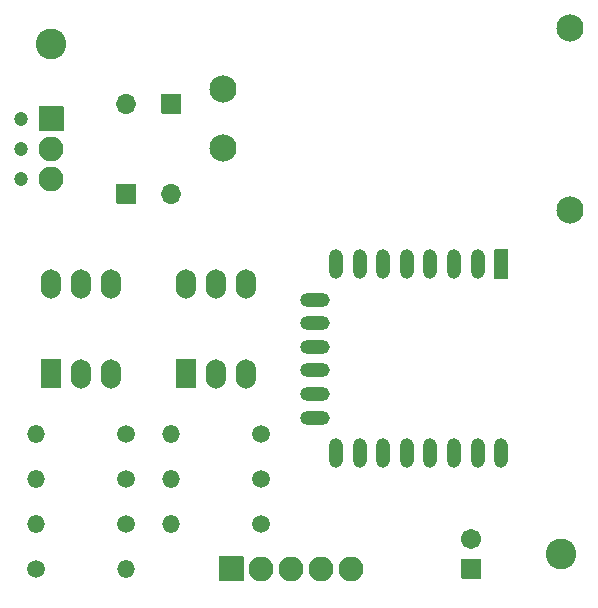
<source format=gbr>
G04 #@! TF.GenerationSoftware,KiCad,Pcbnew,(5.1.7-0-10_14)*
G04 #@! TF.CreationDate,2020-11-17T17:39:49+01:00*
G04 #@! TF.ProjectId,Pilot_Wire_v1,50696c6f-745f-4576-9972-655f76312e6b,1.0*
G04 #@! TF.SameCoordinates,Original*
G04 #@! TF.FileFunction,Soldermask,Top*
G04 #@! TF.FilePolarity,Negative*
%FSLAX46Y46*%
G04 Gerber Fmt 4.6, Leading zero omitted, Abs format (unit mm)*
G04 Created by KiCad (PCBNEW (5.1.7-0-10_14)) date 2020-11-17 17:39:49*
%MOMM*%
%LPD*%
G01*
G04 APERTURE LIST*
%ADD10C,2.602000*%
%ADD11C,1.502000*%
%ADD12O,1.502000X1.502000*%
%ADD13O,1.702000X2.502000*%
%ADD14O,1.202000X2.502000*%
%ADD15O,2.502000X1.202000*%
%ADD16C,2.302000*%
%ADD17O,2.102000X2.102000*%
%ADD18O,2.100980X2.100980*%
%ADD19C,1.202000*%
%ADD20O,1.702000X1.702000*%
%ADD21C,1.702000*%
G04 APERTURE END LIST*
D10*
X119380000Y-30480000D03*
X162560000Y-73660000D03*
D11*
X137160000Y-67310000D03*
D12*
X129540000Y-67310000D03*
G36*
G01*
X131610000Y-59671000D02*
X130010000Y-59671000D01*
G75*
G02*
X129959000Y-59620000I0J51000D01*
G01*
X129959000Y-57220000D01*
G75*
G02*
X130010000Y-57169000I51000J0D01*
G01*
X131610000Y-57169000D01*
G75*
G02*
X131661000Y-57220000I0J-51000D01*
G01*
X131661000Y-59620000D01*
G75*
G02*
X131610000Y-59671000I-51000J0D01*
G01*
G37*
D13*
X135890000Y-50800000D03*
X133350000Y-58420000D03*
X133350000Y-50800000D03*
X135890000Y-58420000D03*
X130810000Y-50800000D03*
G36*
G01*
X120180000Y-59671000D02*
X118580000Y-59671000D01*
G75*
G02*
X118529000Y-59620000I0J51000D01*
G01*
X118529000Y-57220000D01*
G75*
G02*
X118580000Y-57169000I51000J0D01*
G01*
X120180000Y-57169000D01*
G75*
G02*
X120231000Y-57220000I0J-51000D01*
G01*
X120231000Y-59620000D01*
G75*
G02*
X120180000Y-59671000I-51000J0D01*
G01*
G37*
X124460000Y-50800000D03*
X121920000Y-58420000D03*
X121920000Y-50800000D03*
X124460000Y-58420000D03*
X119380000Y-50800000D03*
D14*
X157480000Y-65150000D03*
X155480000Y-65150000D03*
X153480000Y-65150000D03*
X151480000Y-65150000D03*
X149480000Y-65150000D03*
X147480000Y-65150000D03*
X145480000Y-65150000D03*
X143480000Y-65150000D03*
X143480000Y-49150000D03*
X145480000Y-49150000D03*
X147480000Y-49150000D03*
X149480000Y-49150000D03*
X151480000Y-49150000D03*
X153480000Y-49150000D03*
X155480000Y-49150000D03*
G36*
G01*
X156930000Y-47899000D02*
X158030000Y-47899000D01*
G75*
G02*
X158081000Y-47950000I0J-51000D01*
G01*
X158081000Y-50350000D01*
G75*
G02*
X158030000Y-50401000I-51000J0D01*
G01*
X156930000Y-50401000D01*
G75*
G02*
X156879000Y-50350000I0J51000D01*
G01*
X156879000Y-47950000D01*
G75*
G02*
X156930000Y-47899000I51000J0D01*
G01*
G37*
D15*
X141730000Y-62140000D03*
X141730000Y-60140000D03*
X141730000Y-58140000D03*
X141730000Y-56140000D03*
X141730000Y-54140000D03*
X141730000Y-52140000D03*
D11*
X137160000Y-63500000D03*
D12*
X129540000Y-63500000D03*
D11*
X137160000Y-71120000D03*
D12*
X129540000Y-71120000D03*
D11*
X125730000Y-63500000D03*
D12*
X118110000Y-63500000D03*
D11*
X125730000Y-67310000D03*
D12*
X118110000Y-67310000D03*
D11*
X118110000Y-74930000D03*
D12*
X125730000Y-74930000D03*
D11*
X125730000Y-71120000D03*
D12*
X118110000Y-71120000D03*
D16*
X163290000Y-44530000D03*
X163290000Y-29130000D03*
X133890000Y-39330000D03*
X133890000Y-34330000D03*
D17*
X144780000Y-74930000D03*
X142240000Y-74930000D03*
X139700000Y-74930000D03*
X137160000Y-74930000D03*
G36*
G01*
X135620000Y-75981000D02*
X133620000Y-75981000D01*
G75*
G02*
X133569000Y-75930000I0J51000D01*
G01*
X133569000Y-73930000D01*
G75*
G02*
X133620000Y-73879000I51000J0D01*
G01*
X135620000Y-73879000D01*
G75*
G02*
X135671000Y-73930000I0J-51000D01*
G01*
X135671000Y-75930000D01*
G75*
G02*
X135620000Y-75981000I-51000J0D01*
G01*
G37*
D18*
X119380000Y-41910000D03*
G36*
G01*
X118380510Y-35779510D02*
X120379490Y-35779510D01*
G75*
G02*
X120430490Y-35830510I0J-51000D01*
G01*
X120430490Y-37829490D01*
G75*
G02*
X120379490Y-37880490I-51000J0D01*
G01*
X118380510Y-37880490D01*
G75*
G02*
X118329510Y-37829490I0J51000D01*
G01*
X118329510Y-35830510D01*
G75*
G02*
X118380510Y-35779510I51000J0D01*
G01*
G37*
X119380000Y-39370000D03*
D19*
X116840000Y-36830000D03*
X116840000Y-39370000D03*
X116840000Y-41910000D03*
G36*
G01*
X126530000Y-44031000D02*
X124930000Y-44031000D01*
G75*
G02*
X124879000Y-43980000I0J51000D01*
G01*
X124879000Y-42380000D01*
G75*
G02*
X124930000Y-42329000I51000J0D01*
G01*
X126530000Y-42329000D01*
G75*
G02*
X126581000Y-42380000I0J-51000D01*
G01*
X126581000Y-43980000D01*
G75*
G02*
X126530000Y-44031000I-51000J0D01*
G01*
G37*
D20*
X125730000Y-35560000D03*
G36*
G01*
X128740000Y-34709000D02*
X130340000Y-34709000D01*
G75*
G02*
X130391000Y-34760000I0J-51000D01*
G01*
X130391000Y-36360000D01*
G75*
G02*
X130340000Y-36411000I-51000J0D01*
G01*
X128740000Y-36411000D01*
G75*
G02*
X128689000Y-36360000I0J51000D01*
G01*
X128689000Y-34760000D01*
G75*
G02*
X128740000Y-34709000I51000J0D01*
G01*
G37*
X129540000Y-43180000D03*
G36*
G01*
X155740000Y-75781000D02*
X154140000Y-75781000D01*
G75*
G02*
X154089000Y-75730000I0J51000D01*
G01*
X154089000Y-74130000D01*
G75*
G02*
X154140000Y-74079000I51000J0D01*
G01*
X155740000Y-74079000D01*
G75*
G02*
X155791000Y-74130000I0J-51000D01*
G01*
X155791000Y-75730000D01*
G75*
G02*
X155740000Y-75781000I-51000J0D01*
G01*
G37*
D21*
X154940000Y-72430000D03*
M02*

</source>
